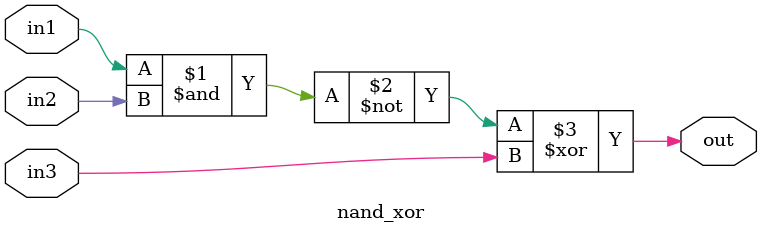
<source format=v>
`timescale 1ns / 1ps
module nand_xor(in1, in2, in3, out);
     input in1;
     input in2;
     input in3;
     output out;

     assign  out = (~(in1 & in2)) ^ in3;
endmodule


</source>
